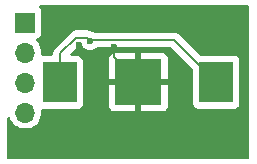
<source format=gbr>
%TF.GenerationSoftware,KiCad,Pcbnew,8.0.4*%
%TF.CreationDate,2024-08-21T17:48:23-04:00*%
%TF.ProjectId,pi_max31328,70695f6d-6178-4333-9133-32382e6b6963,rev?*%
%TF.SameCoordinates,Original*%
%TF.FileFunction,Copper,L2,Bot*%
%TF.FilePolarity,Positive*%
%FSLAX46Y46*%
G04 Gerber Fmt 4.6, Leading zero omitted, Abs format (unit mm)*
G04 Created by KiCad (PCBNEW 8.0.4) date 2024-08-21 17:48:23*
%MOMM*%
%LPD*%
G01*
G04 APERTURE LIST*
%TA.AperFunction,ComponentPad*%
%ADD10R,1.700000X1.700000*%
%TD*%
%TA.AperFunction,ComponentPad*%
%ADD11O,1.700000X1.700000*%
%TD*%
%TA.AperFunction,SMDPad,CuDef*%
%ADD12R,2.900000X3.500000*%
%TD*%
%TA.AperFunction,SMDPad,CuDef*%
%ADD13R,3.960000X3.960000*%
%TD*%
%TA.AperFunction,ViaPad*%
%ADD14C,0.600000*%
%TD*%
%TA.AperFunction,Conductor*%
%ADD15C,0.200000*%
%TD*%
G04 APERTURE END LIST*
D10*
%TO.P,J1,1*%
%TO.N,/VCC*%
X18025000Y-21950000D03*
D11*
%TO.P,J1,2*%
%TO.N,/SDA*%
X18025000Y-24490000D03*
%TO.P,J1,3*%
%TO.N,/SCL*%
X18025000Y-27030000D03*
%TO.P,J1,4*%
%TO.N,unconnected-(J1-Pad4)*%
X18025000Y-29570000D03*
%TO.P,J1,5*%
%TO.N,/GND*%
X18025000Y-32110000D03*
%TD*%
D12*
%TO.P,BAT1,1,+_1*%
%TO.N,/VBAT*%
X34200000Y-27000000D03*
D13*
%TO.P,BAT1,2,-*%
%TO.N,/GND*%
X27600000Y-27000000D03*
D12*
%TO.P,BAT1,3,+_2*%
%TO.N,/VBAT*%
X21000000Y-27000000D03*
%TD*%
D14*
%TO.N,/VBAT*%
X23500000Y-23500000D03*
%TO.N,/GND*%
X26000000Y-30000000D03*
X25500000Y-31000000D03*
X20000000Y-31500000D03*
X25500000Y-24000000D03*
X22597939Y-23823910D03*
%TD*%
D15*
%TO.N,/VBAT*%
X23500000Y-23500000D02*
X23600000Y-23400000D01*
X22349410Y-23223910D02*
X23223910Y-23223910D01*
X21000000Y-27000000D02*
X21000000Y-24573320D01*
X23223910Y-23223910D02*
X23500000Y-23500000D01*
X30600000Y-23400000D02*
X34200000Y-27000000D01*
X21000000Y-24573320D02*
X22349410Y-23223910D01*
X23600000Y-23400000D02*
X30600000Y-23400000D01*
%TO.N,/GND*%
X22597939Y-23823910D02*
X22597939Y-24697939D01*
X25500000Y-24000000D02*
X25500000Y-24900000D01*
X25500000Y-24900000D02*
X27600000Y-27000000D01*
X22597939Y-24697939D02*
X24500000Y-26600000D01*
%TD*%
%TA.AperFunction,Conductor*%
%TO.N,/GND*%
G36*
X36942539Y-20520185D02*
G01*
X36988294Y-20572989D01*
X36999500Y-20624500D01*
X36999500Y-33375500D01*
X36979815Y-33442539D01*
X36927011Y-33488294D01*
X36875500Y-33499500D01*
X16624500Y-33499500D01*
X16557461Y-33479815D01*
X16511706Y-33427011D01*
X16500500Y-33375500D01*
X16500500Y-30040296D01*
X16520185Y-29973257D01*
X16572989Y-29927502D01*
X16642147Y-29917558D01*
X16705703Y-29946583D01*
X16743477Y-30005361D01*
X16744275Y-30008204D01*
X16751093Y-30033653D01*
X16751096Y-30033660D01*
X16751097Y-30033663D01*
X16850965Y-30247830D01*
X16850967Y-30247834D01*
X16959281Y-30402521D01*
X16986505Y-30441401D01*
X17153599Y-30608495D01*
X17250384Y-30676265D01*
X17347165Y-30744032D01*
X17347167Y-30744033D01*
X17347170Y-30744035D01*
X17561337Y-30843903D01*
X17789592Y-30905063D01*
X17977918Y-30921539D01*
X18024999Y-30925659D01*
X18025000Y-30925659D01*
X18025001Y-30925659D01*
X18064234Y-30922226D01*
X18260408Y-30905063D01*
X18488663Y-30843903D01*
X18702830Y-30744035D01*
X18896401Y-30608495D01*
X19063495Y-30441401D01*
X19199035Y-30247830D01*
X19298903Y-30033663D01*
X19360063Y-29805408D01*
X19380659Y-29570000D01*
X19364429Y-29384496D01*
X19378195Y-29315998D01*
X19426810Y-29265815D01*
X19494839Y-29249881D01*
X19501198Y-29250400D01*
X19502127Y-29250500D01*
X22497872Y-29250499D01*
X22557483Y-29244091D01*
X22692331Y-29193796D01*
X22807546Y-29107546D01*
X22867211Y-29027844D01*
X25120000Y-29027844D01*
X25126401Y-29087372D01*
X25126403Y-29087379D01*
X25176645Y-29222086D01*
X25176649Y-29222093D01*
X25262809Y-29337187D01*
X25262812Y-29337190D01*
X25377906Y-29423350D01*
X25377913Y-29423354D01*
X25512620Y-29473596D01*
X25512627Y-29473598D01*
X25572155Y-29479999D01*
X25572172Y-29480000D01*
X27350000Y-29480000D01*
X27850000Y-29480000D01*
X29627828Y-29480000D01*
X29627844Y-29479999D01*
X29687372Y-29473598D01*
X29687379Y-29473596D01*
X29822086Y-29423354D01*
X29822093Y-29423350D01*
X29937187Y-29337190D01*
X29937190Y-29337187D01*
X30023350Y-29222093D01*
X30023354Y-29222086D01*
X30073596Y-29087379D01*
X30073598Y-29087372D01*
X30079999Y-29027844D01*
X30080000Y-29027827D01*
X30080000Y-27250000D01*
X27850000Y-27250000D01*
X27850000Y-29480000D01*
X27350000Y-29480000D01*
X27350000Y-27250000D01*
X25120000Y-27250000D01*
X25120000Y-29027844D01*
X22867211Y-29027844D01*
X22893796Y-28992331D01*
X22944091Y-28857483D01*
X22950500Y-28797873D01*
X22950499Y-25202128D01*
X22944091Y-25142517D01*
X22893796Y-25007669D01*
X22893795Y-25007668D01*
X22893793Y-25007664D01*
X22867211Y-24972155D01*
X25120000Y-24972155D01*
X25120000Y-26750000D01*
X27350000Y-26750000D01*
X27850000Y-26750000D01*
X30080000Y-26750000D01*
X30080000Y-24972172D01*
X30079999Y-24972155D01*
X30073598Y-24912627D01*
X30073596Y-24912620D01*
X30023354Y-24777913D01*
X30023350Y-24777906D01*
X29937190Y-24662812D01*
X29937187Y-24662809D01*
X29822093Y-24576649D01*
X29822086Y-24576645D01*
X29687379Y-24526403D01*
X29687372Y-24526401D01*
X29627844Y-24520000D01*
X27850000Y-24520000D01*
X27850000Y-26750000D01*
X27350000Y-26750000D01*
X27350000Y-24520000D01*
X25572155Y-24520000D01*
X25512627Y-24526401D01*
X25512620Y-24526403D01*
X25377913Y-24576645D01*
X25377906Y-24576649D01*
X25262812Y-24662809D01*
X25262809Y-24662812D01*
X25176649Y-24777906D01*
X25176645Y-24777913D01*
X25126403Y-24912620D01*
X25126401Y-24912627D01*
X25120000Y-24972155D01*
X22867211Y-24972155D01*
X22807547Y-24892455D01*
X22807544Y-24892452D01*
X22692335Y-24806206D01*
X22692328Y-24806202D01*
X22557482Y-24755908D01*
X22557483Y-24755908D01*
X22497883Y-24749501D01*
X22497881Y-24749500D01*
X22497873Y-24749500D01*
X22497865Y-24749500D01*
X21972416Y-24749500D01*
X21905377Y-24729815D01*
X21859622Y-24677011D01*
X21849678Y-24607853D01*
X21878703Y-24544297D01*
X21884735Y-24537819D01*
X22137186Y-24285369D01*
X22561826Y-23860729D01*
X22623149Y-23827244D01*
X22649507Y-23824410D01*
X22689899Y-23824410D01*
X22756938Y-23844095D01*
X22794892Y-23882437D01*
X22870182Y-24002260D01*
X22870184Y-24002262D01*
X22997738Y-24129816D01*
X23150478Y-24225789D01*
X23320745Y-24285368D01*
X23320750Y-24285369D01*
X23499996Y-24305565D01*
X23500000Y-24305565D01*
X23500004Y-24305565D01*
X23679249Y-24285369D01*
X23679252Y-24285368D01*
X23679255Y-24285368D01*
X23849522Y-24225789D01*
X24002262Y-24129816D01*
X24095260Y-24036818D01*
X24156584Y-24003334D01*
X24182941Y-24000500D01*
X30299903Y-24000500D01*
X30366942Y-24020185D01*
X30387584Y-24036819D01*
X32213181Y-25862416D01*
X32246666Y-25923739D01*
X32249500Y-25950097D01*
X32249500Y-28797870D01*
X32249501Y-28797876D01*
X32255908Y-28857483D01*
X32306202Y-28992328D01*
X32306206Y-28992335D01*
X32392452Y-29107544D01*
X32392455Y-29107547D01*
X32507664Y-29193793D01*
X32507671Y-29193797D01*
X32642517Y-29244091D01*
X32642516Y-29244091D01*
X32649444Y-29244835D01*
X32702127Y-29250500D01*
X35697872Y-29250499D01*
X35757483Y-29244091D01*
X35892331Y-29193796D01*
X36007546Y-29107546D01*
X36093796Y-28992331D01*
X36144091Y-28857483D01*
X36150500Y-28797873D01*
X36150499Y-25202128D01*
X36144091Y-25142517D01*
X36093796Y-25007669D01*
X36093795Y-25007668D01*
X36093793Y-25007664D01*
X36007547Y-24892455D01*
X36007544Y-24892452D01*
X35892335Y-24806206D01*
X35892328Y-24806202D01*
X35757482Y-24755908D01*
X35757483Y-24755908D01*
X35697883Y-24749501D01*
X35697881Y-24749500D01*
X35697873Y-24749500D01*
X35697865Y-24749500D01*
X32850097Y-24749500D01*
X32783058Y-24729815D01*
X32762416Y-24713181D01*
X31087590Y-23038355D01*
X31087588Y-23038352D01*
X30968717Y-22919481D01*
X30968716Y-22919480D01*
X30881904Y-22869360D01*
X30881904Y-22869359D01*
X30881900Y-22869358D01*
X30831785Y-22840423D01*
X30679057Y-22799499D01*
X30520943Y-22799499D01*
X30513347Y-22799499D01*
X30513331Y-22799500D01*
X23925494Y-22799500D01*
X23859523Y-22780494D01*
X23849524Y-22774211D01*
X23679249Y-22714630D01*
X23535439Y-22698427D01*
X23487321Y-22682593D01*
X23455695Y-22664333D01*
X23302967Y-22623409D01*
X23144853Y-22623409D01*
X23137257Y-22623409D01*
X23137241Y-22623410D01*
X22436079Y-22623410D01*
X22436063Y-22623409D01*
X22428467Y-22623409D01*
X22270353Y-22623409D01*
X22162997Y-22652175D01*
X22117620Y-22664334D01*
X22117619Y-22664335D01*
X22067506Y-22693269D01*
X22067505Y-22693270D01*
X22063589Y-22695531D01*
X21980695Y-22743389D01*
X21980692Y-22743391D01*
X20519479Y-24204604D01*
X20507249Y-24225789D01*
X20490620Y-24254592D01*
X20440423Y-24341535D01*
X20399499Y-24494263D01*
X20399499Y-24494265D01*
X20399499Y-24625500D01*
X20379814Y-24692539D01*
X20327010Y-24738294D01*
X20275499Y-24749500D01*
X19502114Y-24749500D01*
X19499870Y-24749621D01*
X19499362Y-24749500D01*
X19498807Y-24749501D01*
X19498807Y-24749369D01*
X19431875Y-24733543D01*
X19383367Y-24683257D01*
X19369723Y-24614991D01*
X19380659Y-24490000D01*
X19360063Y-24254592D01*
X19298903Y-24026337D01*
X19199035Y-23812171D01*
X19063495Y-23618599D01*
X18941567Y-23496671D01*
X18908084Y-23435351D01*
X18913068Y-23365659D01*
X18954939Y-23309725D01*
X18985915Y-23292810D01*
X19117331Y-23243796D01*
X19232546Y-23157546D01*
X19318796Y-23042331D01*
X19369091Y-22907483D01*
X19375500Y-22847873D01*
X19375499Y-21052128D01*
X19369091Y-20992517D01*
X19318796Y-20857669D01*
X19318795Y-20857668D01*
X19318793Y-20857664D01*
X19232547Y-20742455D01*
X19207582Y-20723766D01*
X19165712Y-20667832D01*
X19160728Y-20598140D01*
X19194214Y-20536818D01*
X19255538Y-20503333D01*
X19281894Y-20500500D01*
X19434108Y-20500500D01*
X36875500Y-20500500D01*
X36942539Y-20520185D01*
G37*
%TD.AperFunction*%
%TD*%
M02*

</source>
